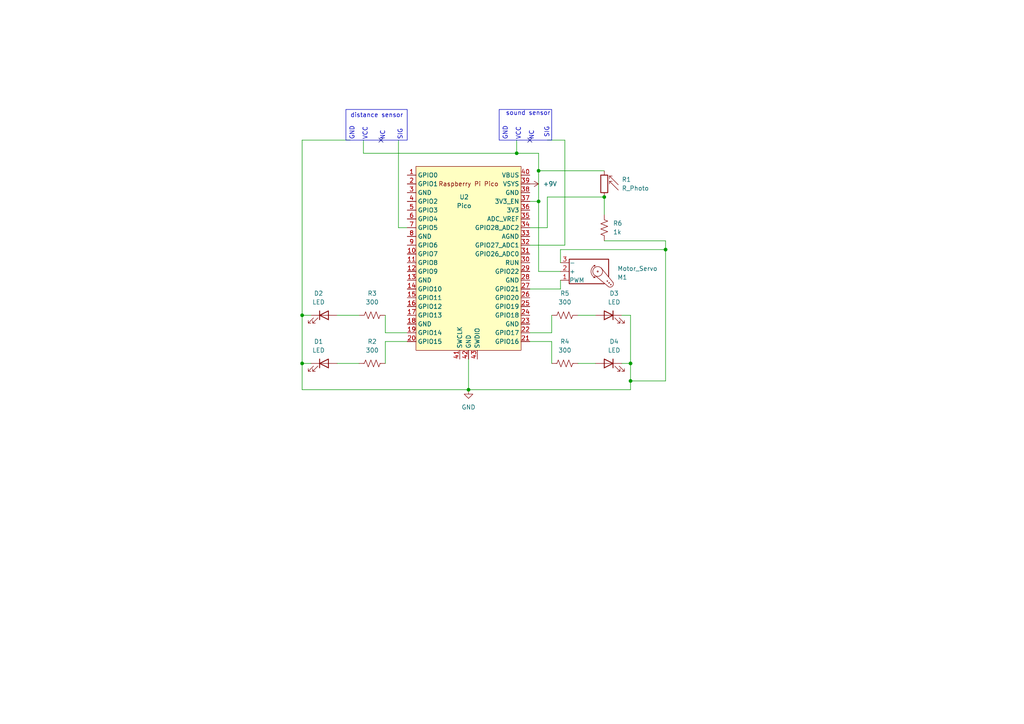
<source format=kicad_sch>
(kicad_sch (version 20230121) (generator eeschema)

  (uuid 639032a5-e99e-47a3-bf70-a244447ad433)

  (paper "A4")

  (lib_symbols
    (symbol "Device:LED" (pin_numbers hide) (pin_names (offset 1.016) hide) (in_bom yes) (on_board yes)
      (property "Reference" "D" (at 0 2.54 0)
        (effects (font (size 1.27 1.27)))
      )
      (property "Value" "LED" (at 0 -2.54 0)
        (effects (font (size 1.27 1.27)))
      )
      (property "Footprint" "" (at 0 0 0)
        (effects (font (size 1.27 1.27)) hide)
      )
      (property "Datasheet" "~" (at 0 0 0)
        (effects (font (size 1.27 1.27)) hide)
      )
      (property "ki_keywords" "LED diode" (at 0 0 0)
        (effects (font (size 1.27 1.27)) hide)
      )
      (property "ki_description" "Light emitting diode" (at 0 0 0)
        (effects (font (size 1.27 1.27)) hide)
      )
      (property "ki_fp_filters" "LED* LED_SMD:* LED_THT:*" (at 0 0 0)
        (effects (font (size 1.27 1.27)) hide)
      )
      (symbol "LED_0_1"
        (polyline
          (pts
            (xy -1.27 -1.27)
            (xy -1.27 1.27)
          )
          (stroke (width 0.254) (type default))
          (fill (type none))
        )
        (polyline
          (pts
            (xy -1.27 0)
            (xy 1.27 0)
          )
          (stroke (width 0) (type default))
          (fill (type none))
        )
        (polyline
          (pts
            (xy 1.27 -1.27)
            (xy 1.27 1.27)
            (xy -1.27 0)
            (xy 1.27 -1.27)
          )
          (stroke (width 0.254) (type default))
          (fill (type none))
        )
        (polyline
          (pts
            (xy -3.048 -0.762)
            (xy -4.572 -2.286)
            (xy -3.81 -2.286)
            (xy -4.572 -2.286)
            (xy -4.572 -1.524)
          )
          (stroke (width 0) (type default))
          (fill (type none))
        )
        (polyline
          (pts
            (xy -1.778 -0.762)
            (xy -3.302 -2.286)
            (xy -2.54 -2.286)
            (xy -3.302 -2.286)
            (xy -3.302 -1.524)
          )
          (stroke (width 0) (type default))
          (fill (type none))
        )
      )
      (symbol "LED_1_1"
        (pin passive line (at -3.81 0 0) (length 2.54)
          (name "K" (effects (font (size 1.27 1.27))))
          (number "1" (effects (font (size 1.27 1.27))))
        )
        (pin passive line (at 3.81 0 180) (length 2.54)
          (name "A" (effects (font (size 1.27 1.27))))
          (number "2" (effects (font (size 1.27 1.27))))
        )
      )
    )
    (symbol "Device:R_Photo" (pin_numbers hide) (pin_names (offset 0)) (in_bom yes) (on_board yes)
      (property "Reference" "R" (at 1.27 1.27 0)
        (effects (font (size 1.27 1.27)) (justify left))
      )
      (property "Value" "R_Photo" (at 1.27 0 0)
        (effects (font (size 1.27 1.27)) (justify left top))
      )
      (property "Footprint" "" (at 1.27 -6.35 90)
        (effects (font (size 1.27 1.27)) (justify left) hide)
      )
      (property "Datasheet" "~" (at 0 -1.27 0)
        (effects (font (size 1.27 1.27)) hide)
      )
      (property "ki_keywords" "resistor variable light sensitive opto LDR" (at 0 0 0)
        (effects (font (size 1.27 1.27)) hide)
      )
      (property "ki_description" "Photoresistor" (at 0 0 0)
        (effects (font (size 1.27 1.27)) hide)
      )
      (property "ki_fp_filters" "*LDR* R?LDR*" (at 0 0 0)
        (effects (font (size 1.27 1.27)) hide)
      )
      (symbol "R_Photo_0_1"
        (rectangle (start -1.016 2.54) (end 1.016 -2.54)
          (stroke (width 0.254) (type default))
          (fill (type none))
        )
        (polyline
          (pts
            (xy -1.524 -2.286)
            (xy -4.064 0.254)
          )
          (stroke (width 0) (type default))
          (fill (type none))
        )
        (polyline
          (pts
            (xy -1.524 -2.286)
            (xy -2.286 -2.286)
          )
          (stroke (width 0) (type default))
          (fill (type none))
        )
        (polyline
          (pts
            (xy -1.524 -2.286)
            (xy -1.524 -1.524)
          )
          (stroke (width 0) (type default))
          (fill (type none))
        )
        (polyline
          (pts
            (xy -1.524 -0.762)
            (xy -4.064 1.778)
          )
          (stroke (width 0) (type default))
          (fill (type none))
        )
        (polyline
          (pts
            (xy -1.524 -0.762)
            (xy -2.286 -0.762)
          )
          (stroke (width 0) (type default))
          (fill (type none))
        )
        (polyline
          (pts
            (xy -1.524 -0.762)
            (xy -1.524 0)
          )
          (stroke (width 0) (type default))
          (fill (type none))
        )
      )
      (symbol "R_Photo_1_1"
        (pin passive line (at 0 3.81 270) (length 1.27)
          (name "~" (effects (font (size 1.27 1.27))))
          (number "1" (effects (font (size 1.27 1.27))))
        )
        (pin passive line (at 0 -3.81 90) (length 1.27)
          (name "~" (effects (font (size 1.27 1.27))))
          (number "2" (effects (font (size 1.27 1.27))))
        )
      )
    )
    (symbol "Device:R_US" (pin_numbers hide) (pin_names (offset 0)) (in_bom yes) (on_board yes)
      (property "Reference" "R" (at 2.54 0 90)
        (effects (font (size 1.27 1.27)))
      )
      (property "Value" "R_US" (at -2.54 0 90)
        (effects (font (size 1.27 1.27)))
      )
      (property "Footprint" "" (at 1.016 -0.254 90)
        (effects (font (size 1.27 1.27)) hide)
      )
      (property "Datasheet" "~" (at 0 0 0)
        (effects (font (size 1.27 1.27)) hide)
      )
      (property "ki_keywords" "R res resistor" (at 0 0 0)
        (effects (font (size 1.27 1.27)) hide)
      )
      (property "ki_description" "Resistor, US symbol" (at 0 0 0)
        (effects (font (size 1.27 1.27)) hide)
      )
      (property "ki_fp_filters" "R_*" (at 0 0 0)
        (effects (font (size 1.27 1.27)) hide)
      )
      (symbol "R_US_0_1"
        (polyline
          (pts
            (xy 0 -2.286)
            (xy 0 -2.54)
          )
          (stroke (width 0) (type default))
          (fill (type none))
        )
        (polyline
          (pts
            (xy 0 2.286)
            (xy 0 2.54)
          )
          (stroke (width 0) (type default))
          (fill (type none))
        )
        (polyline
          (pts
            (xy 0 -0.762)
            (xy 1.016 -1.143)
            (xy 0 -1.524)
            (xy -1.016 -1.905)
            (xy 0 -2.286)
          )
          (stroke (width 0) (type default))
          (fill (type none))
        )
        (polyline
          (pts
            (xy 0 0.762)
            (xy 1.016 0.381)
            (xy 0 0)
            (xy -1.016 -0.381)
            (xy 0 -0.762)
          )
          (stroke (width 0) (type default))
          (fill (type none))
        )
        (polyline
          (pts
            (xy 0 2.286)
            (xy 1.016 1.905)
            (xy 0 1.524)
            (xy -1.016 1.143)
            (xy 0 0.762)
          )
          (stroke (width 0) (type default))
          (fill (type none))
        )
      )
      (symbol "R_US_1_1"
        (pin passive line (at 0 3.81 270) (length 1.27)
          (name "~" (effects (font (size 1.27 1.27))))
          (number "1" (effects (font (size 1.27 1.27))))
        )
        (pin passive line (at 0 -3.81 90) (length 1.27)
          (name "~" (effects (font (size 1.27 1.27))))
          (number "2" (effects (font (size 1.27 1.27))))
        )
      )
    )
    (symbol "MCU_RaspberryPi_and_Boards:Pico" (in_bom yes) (on_board yes)
      (property "Reference" "U" (at -13.97 27.94 0)
        (effects (font (size 1.27 1.27)))
      )
      (property "Value" "Pico" (at 0 19.05 0)
        (effects (font (size 1.27 1.27)))
      )
      (property "Footprint" "RPi_Pico:RPi_Pico_SMD_TH" (at 0 0 90)
        (effects (font (size 1.27 1.27)) hide)
      )
      (property "Datasheet" "" (at 0 0 0)
        (effects (font (size 1.27 1.27)) hide)
      )
      (symbol "Pico_0_0"
        (text "Raspberry Pi Pico" (at 0 21.59 0)
          (effects (font (size 1.27 1.27)))
        )
      )
      (symbol "Pico_0_1"
        (rectangle (start -15.24 26.67) (end 15.24 -26.67)
          (stroke (width 0) (type default))
          (fill (type background))
        )
      )
      (symbol "Pico_1_1"
        (pin bidirectional line (at -17.78 24.13 0) (length 2.54)
          (name "GPIO0" (effects (font (size 1.27 1.27))))
          (number "1" (effects (font (size 1.27 1.27))))
        )
        (pin bidirectional line (at -17.78 1.27 0) (length 2.54)
          (name "GPIO7" (effects (font (size 1.27 1.27))))
          (number "10" (effects (font (size 1.27 1.27))))
        )
        (pin bidirectional line (at -17.78 -1.27 0) (length 2.54)
          (name "GPIO8" (effects (font (size 1.27 1.27))))
          (number "11" (effects (font (size 1.27 1.27))))
        )
        (pin bidirectional line (at -17.78 -3.81 0) (length 2.54)
          (name "GPIO9" (effects (font (size 1.27 1.27))))
          (number "12" (effects (font (size 1.27 1.27))))
        )
        (pin power_in line (at -17.78 -6.35 0) (length 2.54)
          (name "GND" (effects (font (size 1.27 1.27))))
          (number "13" (effects (font (size 1.27 1.27))))
        )
        (pin bidirectional line (at -17.78 -8.89 0) (length 2.54)
          (name "GPIO10" (effects (font (size 1.27 1.27))))
          (number "14" (effects (font (size 1.27 1.27))))
        )
        (pin bidirectional line (at -17.78 -11.43 0) (length 2.54)
          (name "GPIO11" (effects (font (size 1.27 1.27))))
          (number "15" (effects (font (size 1.27 1.27))))
        )
        (pin bidirectional line (at -17.78 -13.97 0) (length 2.54)
          (name "GPIO12" (effects (font (size 1.27 1.27))))
          (number "16" (effects (font (size 1.27 1.27))))
        )
        (pin bidirectional line (at -17.78 -16.51 0) (length 2.54)
          (name "GPIO13" (effects (font (size 1.27 1.27))))
          (number "17" (effects (font (size 1.27 1.27))))
        )
        (pin power_in line (at -17.78 -19.05 0) (length 2.54)
          (name "GND" (effects (font (size 1.27 1.27))))
          (number "18" (effects (font (size 1.27 1.27))))
        )
        (pin bidirectional line (at -17.78 -21.59 0) (length 2.54)
          (name "GPIO14" (effects (font (size 1.27 1.27))))
          (number "19" (effects (font (size 1.27 1.27))))
        )
        (pin bidirectional line (at -17.78 21.59 0) (length 2.54)
          (name "GPIO1" (effects (font (size 1.27 1.27))))
          (number "2" (effects (font (size 1.27 1.27))))
        )
        (pin bidirectional line (at -17.78 -24.13 0) (length 2.54)
          (name "GPIO15" (effects (font (size 1.27 1.27))))
          (number "20" (effects (font (size 1.27 1.27))))
        )
        (pin bidirectional line (at 17.78 -24.13 180) (length 2.54)
          (name "GPIO16" (effects (font (size 1.27 1.27))))
          (number "21" (effects (font (size 1.27 1.27))))
        )
        (pin bidirectional line (at 17.78 -21.59 180) (length 2.54)
          (name "GPIO17" (effects (font (size 1.27 1.27))))
          (number "22" (effects (font (size 1.27 1.27))))
        )
        (pin power_in line (at 17.78 -19.05 180) (length 2.54)
          (name "GND" (effects (font (size 1.27 1.27))))
          (number "23" (effects (font (size 1.27 1.27))))
        )
        (pin bidirectional line (at 17.78 -16.51 180) (length 2.54)
          (name "GPIO18" (effects (font (size 1.27 1.27))))
          (number "24" (effects (font (size 1.27 1.27))))
        )
        (pin bidirectional line (at 17.78 -13.97 180) (length 2.54)
          (name "GPIO19" (effects (font (size 1.27 1.27))))
          (number "25" (effects (font (size 1.27 1.27))))
        )
        (pin bidirectional line (at 17.78 -11.43 180) (length 2.54)
          (name "GPIO20" (effects (font (size 1.27 1.27))))
          (number "26" (effects (font (size 1.27 1.27))))
        )
        (pin bidirectional line (at 17.78 -8.89 180) (length 2.54)
          (name "GPIO21" (effects (font (size 1.27 1.27))))
          (number "27" (effects (font (size 1.27 1.27))))
        )
        (pin power_in line (at 17.78 -6.35 180) (length 2.54)
          (name "GND" (effects (font (size 1.27 1.27))))
          (number "28" (effects (font (size 1.27 1.27))))
        )
        (pin bidirectional line (at 17.78 -3.81 180) (length 2.54)
          (name "GPIO22" (effects (font (size 1.27 1.27))))
          (number "29" (effects (font (size 1.27 1.27))))
        )
        (pin power_in line (at -17.78 19.05 0) (length 2.54)
          (name "GND" (effects (font (size 1.27 1.27))))
          (number "3" (effects (font (size 1.27 1.27))))
        )
        (pin input line (at 17.78 -1.27 180) (length 2.54)
          (name "RUN" (effects (font (size 1.27 1.27))))
          (number "30" (effects (font (size 1.27 1.27))))
        )
        (pin bidirectional line (at 17.78 1.27 180) (length 2.54)
          (name "GPIO26_ADC0" (effects (font (size 1.27 1.27))))
          (number "31" (effects (font (size 1.27 1.27))))
        )
        (pin bidirectional line (at 17.78 3.81 180) (length 2.54)
          (name "GPIO27_ADC1" (effects (font (size 1.27 1.27))))
          (number "32" (effects (font (size 1.27 1.27))))
        )
        (pin power_in line (at 17.78 6.35 180) (length 2.54)
          (name "AGND" (effects (font (size 1.27 1.27))))
          (number "33" (effects (font (size 1.27 1.27))))
        )
        (pin bidirectional line (at 17.78 8.89 180) (length 2.54)
          (name "GPIO28_ADC2" (effects (font (size 1.27 1.27))))
          (number "34" (effects (font (size 1.27 1.27))))
        )
        (pin power_in line (at 17.78 11.43 180) (length 2.54)
          (name "ADC_VREF" (effects (font (size 1.27 1.27))))
          (number "35" (effects (font (size 1.27 1.27))))
        )
        (pin power_in line (at 17.78 13.97 180) (length 2.54)
          (name "3V3" (effects (font (size 1.27 1.27))))
          (number "36" (effects (font (size 1.27 1.27))))
        )
        (pin input line (at 17.78 16.51 180) (length 2.54)
          (name "3V3_EN" (effects (font (size 1.27 1.27))))
          (number "37" (effects (font (size 1.27 1.27))))
        )
        (pin bidirectional line (at 17.78 19.05 180) (length 2.54)
          (name "GND" (effects (font (size 1.27 1.27))))
          (number "38" (effects (font (size 1.27 1.27))))
        )
        (pin power_in line (at 17.78 21.59 180) (length 2.54)
          (name "VSYS" (effects (font (size 1.27 1.27))))
          (number "39" (effects (font (size 1.27 1.27))))
        )
        (pin bidirectional line (at -17.78 16.51 0) (length 2.54)
          (name "GPIO2" (effects (font (size 1.27 1.27))))
          (number "4" (effects (font (size 1.27 1.27))))
        )
        (pin power_in line (at 17.78 24.13 180) (length 2.54)
          (name "VBUS" (effects (font (size 1.27 1.27))))
          (number "40" (effects (font (size 1.27 1.27))))
        )
        (pin input line (at -2.54 -29.21 90) (length 2.54)
          (name "SWCLK" (effects (font (size 1.27 1.27))))
          (number "41" (effects (font (size 1.27 1.27))))
        )
        (pin power_in line (at 0 -29.21 90) (length 2.54)
          (name "GND" (effects (font (size 1.27 1.27))))
          (number "42" (effects (font (size 1.27 1.27))))
        )
        (pin bidirectional line (at 2.54 -29.21 90) (length 2.54)
          (name "SWDIO" (effects (font (size 1.27 1.27))))
          (number "43" (effects (font (size 1.27 1.27))))
        )
        (pin bidirectional line (at -17.78 13.97 0) (length 2.54)
          (name "GPIO3" (effects (font (size 1.27 1.27))))
          (number "5" (effects (font (size 1.27 1.27))))
        )
        (pin bidirectional line (at -17.78 11.43 0) (length 2.54)
          (name "GPIO4" (effects (font (size 1.27 1.27))))
          (number "6" (effects (font (size 1.27 1.27))))
        )
        (pin bidirectional line (at -17.78 8.89 0) (length 2.54)
          (name "GPIO5" (effects (font (size 1.27 1.27))))
          (number "7" (effects (font (size 1.27 1.27))))
        )
        (pin power_in line (at -17.78 6.35 0) (length 2.54)
          (name "GND" (effects (font (size 1.27 1.27))))
          (number "8" (effects (font (size 1.27 1.27))))
        )
        (pin bidirectional line (at -17.78 3.81 0) (length 2.54)
          (name "GPIO6" (effects (font (size 1.27 1.27))))
          (number "9" (effects (font (size 1.27 1.27))))
        )
      )
    )
    (symbol "Motor:Motor_Servo" (pin_names (offset 0.0254)) (in_bom yes) (on_board yes)
      (property "Reference" "M" (at -5.08 4.445 0)
        (effects (font (size 1.27 1.27)) (justify left))
      )
      (property "Value" "Motor_Servo" (at -5.08 -4.064 0)
        (effects (font (size 1.27 1.27)) (justify left top))
      )
      (property "Footprint" "" (at 0 -4.826 0)
        (effects (font (size 1.27 1.27)) hide)
      )
      (property "Datasheet" "http://forums.parallax.com/uploads/attachments/46831/74481.png" (at 0 -4.826 0)
        (effects (font (size 1.27 1.27)) hide)
      )
      (property "ki_keywords" "Servo Motor" (at 0 0 0)
        (effects (font (size 1.27 1.27)) hide)
      )
      (property "ki_description" "Servo Motor (Futaba, HiTec, JR connector)" (at 0 0 0)
        (effects (font (size 1.27 1.27)) hide)
      )
      (property "ki_fp_filters" "PinHeader*P2.54mm*" (at 0 0 0)
        (effects (font (size 1.27 1.27)) hide)
      )
      (symbol "Motor_Servo_0_1"
        (polyline
          (pts
            (xy 2.413 -1.778)
            (xy 2.032 -1.778)
          )
          (stroke (width 0) (type default))
          (fill (type none))
        )
        (polyline
          (pts
            (xy 2.413 -1.778)
            (xy 2.286 -1.397)
          )
          (stroke (width 0) (type default))
          (fill (type none))
        )
        (polyline
          (pts
            (xy 2.413 1.778)
            (xy 1.905 1.778)
          )
          (stroke (width 0) (type default))
          (fill (type none))
        )
        (polyline
          (pts
            (xy 2.413 1.778)
            (xy 2.286 1.397)
          )
          (stroke (width 0) (type default))
          (fill (type none))
        )
        (polyline
          (pts
            (xy 6.35 4.445)
            (xy 2.54 1.27)
          )
          (stroke (width 0) (type default))
          (fill (type none))
        )
        (polyline
          (pts
            (xy 7.62 3.175)
            (xy 4.191 -1.016)
          )
          (stroke (width 0) (type default))
          (fill (type none))
        )
        (polyline
          (pts
            (xy 5.08 3.556)
            (xy -5.08 3.556)
            (xy -5.08 -3.556)
            (xy 6.35 -3.556)
            (xy 6.35 1.524)
          )
          (stroke (width 0.254) (type default))
          (fill (type none))
        )
        (arc (start 2.413 1.778) (mid 1.2406 0) (end 2.413 -1.778)
          (stroke (width 0) (type default))
          (fill (type none))
        )
        (circle (center 3.175 0) (radius 0.1778)
          (stroke (width 0) (type default))
          (fill (type none))
        )
        (circle (center 3.175 0) (radius 1.4224)
          (stroke (width 0) (type default))
          (fill (type none))
        )
        (circle (center 5.969 2.794) (radius 0.127)
          (stroke (width 0) (type default))
          (fill (type none))
        )
        (circle (center 6.477 3.302) (radius 0.127)
          (stroke (width 0) (type default))
          (fill (type none))
        )
        (circle (center 6.985 3.81) (radius 0.127)
          (stroke (width 0) (type default))
          (fill (type none))
        )
        (arc (start 7.62 3.175) (mid 7.4485 4.2735) (end 6.35 4.445)
          (stroke (width 0) (type default))
          (fill (type none))
        )
      )
      (symbol "Motor_Servo_1_1"
        (pin passive line (at -7.62 2.54 0) (length 2.54)
          (name "PWM" (effects (font (size 1.27 1.27))))
          (number "1" (effects (font (size 1.27 1.27))))
        )
        (pin passive line (at -7.62 0 0) (length 2.54)
          (name "+" (effects (font (size 1.27 1.27))))
          (number "2" (effects (font (size 1.27 1.27))))
        )
        (pin passive line (at -7.62 -2.54 0) (length 2.54)
          (name "-" (effects (font (size 1.27 1.27))))
          (number "3" (effects (font (size 1.27 1.27))))
        )
      )
    )
    (symbol "power:+9V" (power) (pin_names (offset 0)) (in_bom yes) (on_board yes)
      (property "Reference" "#PWR" (at 0 -3.81 0)
        (effects (font (size 1.27 1.27)) hide)
      )
      (property "Value" "+9V" (at 0 3.556 0)
        (effects (font (size 1.27 1.27)))
      )
      (property "Footprint" "" (at 0 0 0)
        (effects (font (size 1.27 1.27)) hide)
      )
      (property "Datasheet" "" (at 0 0 0)
        (effects (font (size 1.27 1.27)) hide)
      )
      (property "ki_keywords" "global power" (at 0 0 0)
        (effects (font (size 1.27 1.27)) hide)
      )
      (property "ki_description" "Power symbol creates a global label with name \"+9V\"" (at 0 0 0)
        (effects (font (size 1.27 1.27)) hide)
      )
      (symbol "+9V_0_1"
        (polyline
          (pts
            (xy -0.762 1.27)
            (xy 0 2.54)
          )
          (stroke (width 0) (type default))
          (fill (type none))
        )
        (polyline
          (pts
            (xy 0 0)
            (xy 0 2.54)
          )
          (stroke (width 0) (type default))
          (fill (type none))
        )
        (polyline
          (pts
            (xy 0 2.54)
            (xy 0.762 1.27)
          )
          (stroke (width 0) (type default))
          (fill (type none))
        )
      )
      (symbol "+9V_1_1"
        (pin power_in line (at 0 0 90) (length 0) hide
          (name "+9V" (effects (font (size 1.27 1.27))))
          (number "1" (effects (font (size 1.27 1.27))))
        )
      )
    )
    (symbol "power:GND" (power) (pin_names (offset 0)) (in_bom yes) (on_board yes)
      (property "Reference" "#PWR" (at 0 -6.35 0)
        (effects (font (size 1.27 1.27)) hide)
      )
      (property "Value" "GND" (at 0 -3.81 0)
        (effects (font (size 1.27 1.27)))
      )
      (property "Footprint" "" (at 0 0 0)
        (effects (font (size 1.27 1.27)) hide)
      )
      (property "Datasheet" "" (at 0 0 0)
        (effects (font (size 1.27 1.27)) hide)
      )
      (property "ki_keywords" "global power" (at 0 0 0)
        (effects (font (size 1.27 1.27)) hide)
      )
      (property "ki_description" "Power symbol creates a global label with name \"GND\" , ground" (at 0 0 0)
        (effects (font (size 1.27 1.27)) hide)
      )
      (symbol "GND_0_1"
        (polyline
          (pts
            (xy 0 0)
            (xy 0 -1.27)
            (xy 1.27 -1.27)
            (xy 0 -2.54)
            (xy -1.27 -1.27)
            (xy 0 -1.27)
          )
          (stroke (width 0) (type default))
          (fill (type none))
        )
      )
      (symbol "GND_1_1"
        (pin power_in line (at 0 0 270) (length 0) hide
          (name "GND" (effects (font (size 1.27 1.27))))
          (number "1" (effects (font (size 1.27 1.27))))
        )
      )
    )
  )

  (junction (at 182.88 105.41) (diameter 0) (color 0 0 0 0)
    (uuid 17f3c7eb-5364-43c7-bb47-4eb85e4bc707)
  )
  (junction (at 193.04 72.39) (diameter 0) (color 0 0 0 0)
    (uuid 215bb181-ac01-4967-b39b-42775a5cff3c)
  )
  (junction (at 182.88 110.49) (diameter 0) (color 0 0 0 0)
    (uuid 24d52830-bf9f-48b9-8987-cbda4fc501ad)
  )
  (junction (at 156.21 58.42) (diameter 0) (color 0 0 0 0)
    (uuid 2e07db8e-0ddd-48cd-8b9d-ef07092a4db3)
  )
  (junction (at 175.26 57.15) (diameter 0) (color 0 0 0 0)
    (uuid 9963f255-3fa2-49cc-b30e-9f08a2ee4e1b)
  )
  (junction (at 156.21 49.53) (diameter 0) (color 0 0 0 0)
    (uuid b1921042-294a-480a-9bde-d9a80bd88225)
  )
  (junction (at 135.89 113.03) (diameter 0) (color 0 0 0 0)
    (uuid caac2319-069c-408d-941b-9ee32777b19e)
  )
  (junction (at 149.86 44.45) (diameter 0) (color 0 0 0 0)
    (uuid e06e7bd0-5e92-46f7-9b52-6f4d7dfab057)
  )
  (junction (at 87.63 91.44) (diameter 0) (color 0 0 0 0)
    (uuid e9b6c7d0-62db-418a-9c86-2c4b3ee46669)
  )
  (junction (at 87.63 105.41) (diameter 0) (color 0 0 0 0)
    (uuid ffb1f865-c6b6-41ab-aa1d-aa3dc9b9eebf)
  )

  (no_connect (at 110.49 40.64) (uuid 519a6bcb-c12b-42ed-ac46-98b1a2d21b46))
  (no_connect (at 153.67 40.64) (uuid bcec4c1e-c320-4af5-815f-21145f9ae964))

  (wire (pts (xy 149.86 40.64) (xy 149.86 44.45))
    (stroke (width 0) (type default))
    (uuid 027273e3-5ad6-4bce-b905-3cecb03ead6e)
  )
  (wire (pts (xy 153.67 96.52) (xy 160.02 96.52))
    (stroke (width 0) (type default))
    (uuid 0948f3ac-9d4f-4722-a5b1-50025c2b9814)
  )
  (wire (pts (xy 97.79 105.41) (xy 104.14 105.41))
    (stroke (width 0) (type default))
    (uuid 0e789b33-4394-4c88-96b3-92f2dc19943c)
  )
  (wire (pts (xy 111.76 99.06) (xy 118.11 99.06))
    (stroke (width 0) (type default))
    (uuid 10c1d8d5-2315-4fd1-a4f2-7063339b95c4)
  )
  (wire (pts (xy 175.26 69.85) (xy 193.04 69.85))
    (stroke (width 0) (type default))
    (uuid 135718d5-2df0-4d8c-b419-2f263305a396)
  )
  (wire (pts (xy 182.88 105.41) (xy 182.88 110.49))
    (stroke (width 0) (type default))
    (uuid 14b86cf5-adcc-4f12-bec8-e8cd5099ee08)
  )
  (wire (pts (xy 87.63 105.41) (xy 87.63 113.03))
    (stroke (width 0) (type default))
    (uuid 1db910e3-b7f1-486b-9f04-08f5c354d2da)
  )
  (wire (pts (xy 153.67 58.42) (xy 156.21 58.42))
    (stroke (width 0) (type default))
    (uuid 1fcce01d-98ed-4f42-b2c0-a8b5ce430876)
  )
  (wire (pts (xy 162.56 76.2) (xy 162.56 72.39))
    (stroke (width 0) (type default))
    (uuid 2069ee8b-877b-456c-9e89-bedc91b5db30)
  )
  (wire (pts (xy 101.6 40.64) (xy 87.63 40.64))
    (stroke (width 0) (type default))
    (uuid 30a78820-5459-4add-9bad-1f8145a4bd5c)
  )
  (wire (pts (xy 182.88 110.49) (xy 182.88 113.03))
    (stroke (width 0) (type default))
    (uuid 316c3ab5-4176-4375-84d1-259768ee3ab1)
  )
  (wire (pts (xy 182.88 91.44) (xy 182.88 105.41))
    (stroke (width 0) (type default))
    (uuid 351a94d3-12e7-4ee7-80e8-8feea879f724)
  )
  (wire (pts (xy 182.88 113.03) (xy 135.89 113.03))
    (stroke (width 0) (type default))
    (uuid 3c27703a-accb-4b86-8807-bfab78eb81f7)
  )
  (wire (pts (xy 156.21 44.45) (xy 149.86 44.45))
    (stroke (width 0) (type default))
    (uuid 41855be5-3131-48e6-a218-a7bbab5a92d6)
  )
  (wire (pts (xy 163.83 40.64) (xy 163.83 71.12))
    (stroke (width 0) (type default))
    (uuid 448dc4f7-64a3-453f-b986-7a73dc1ed9d6)
  )
  (wire (pts (xy 153.67 66.04) (xy 158.75 66.04))
    (stroke (width 0) (type default))
    (uuid 47ef4cc2-723a-40e4-8a8a-16a6aa12b3c5)
  )
  (wire (pts (xy 87.63 91.44) (xy 87.63 105.41))
    (stroke (width 0) (type default))
    (uuid 4f659738-3365-4481-9921-acbed234144a)
  )
  (wire (pts (xy 156.21 44.45) (xy 156.21 49.53))
    (stroke (width 0) (type default))
    (uuid 58081b68-8c6d-490a-abd1-a90e67ad1ed5)
  )
  (wire (pts (xy 111.76 91.44) (xy 111.76 96.52))
    (stroke (width 0) (type default))
    (uuid 585af5a0-9c83-4b9f-a9de-d515df726f9e)
  )
  (wire (pts (xy 180.34 91.44) (xy 182.88 91.44))
    (stroke (width 0) (type default))
    (uuid 63b1a515-e5fc-4e72-ae49-cd513ee3e6b1)
  )
  (wire (pts (xy 160.02 96.52) (xy 160.02 91.44))
    (stroke (width 0) (type default))
    (uuid 6a17edb0-cbcc-4e92-975c-d9c1987a8662)
  )
  (wire (pts (xy 167.64 105.41) (xy 172.72 105.41))
    (stroke (width 0) (type default))
    (uuid 6c9dadf5-046c-495d-962a-9d0753e4aee5)
  )
  (wire (pts (xy 135.89 104.14) (xy 135.89 113.03))
    (stroke (width 0) (type default))
    (uuid 72ce0582-a067-46fc-82d8-3bfbc5971193)
  )
  (wire (pts (xy 115.57 40.64) (xy 115.57 66.04))
    (stroke (width 0) (type default))
    (uuid 81257e3b-e2a8-4034-bfe5-1a61980f08c9)
  )
  (wire (pts (xy 105.41 44.45) (xy 149.86 44.45))
    (stroke (width 0) (type default))
    (uuid 82b9a425-2bf4-4311-a0f9-fde7fcdb465f)
  )
  (wire (pts (xy 163.83 71.12) (xy 153.67 71.12))
    (stroke (width 0) (type default))
    (uuid 8bc5b4e7-71ed-4fee-b639-d8d2fa6f9e83)
  )
  (wire (pts (xy 90.17 91.44) (xy 87.63 91.44))
    (stroke (width 0) (type default))
    (uuid 8c89a549-83de-4602-9263-143dc23e81eb)
  )
  (wire (pts (xy 156.21 58.42) (xy 156.21 78.74))
    (stroke (width 0) (type default))
    (uuid 90f36da4-dea7-42a6-84f8-58df4ee456be)
  )
  (wire (pts (xy 87.63 40.64) (xy 87.63 91.44))
    (stroke (width 0) (type default))
    (uuid 924185d3-0e73-48ae-ba28-daa46e6aa4af)
  )
  (wire (pts (xy 193.04 110.49) (xy 182.88 110.49))
    (stroke (width 0) (type default))
    (uuid 9e6a449a-ba9a-48fa-815e-e5cb966e4a42)
  )
  (wire (pts (xy 167.64 91.44) (xy 172.72 91.44))
    (stroke (width 0) (type default))
    (uuid a063055e-974b-46be-adf9-64e332672639)
  )
  (wire (pts (xy 111.76 96.52) (xy 118.11 96.52))
    (stroke (width 0) (type default))
    (uuid ac2a43ec-5b37-435d-811c-e0073f9ab175)
  )
  (wire (pts (xy 105.41 40.64) (xy 105.41 44.45))
    (stroke (width 0) (type default))
    (uuid aef1f74e-4170-447a-8805-8ba8751c8bb4)
  )
  (wire (pts (xy 87.63 113.03) (xy 135.89 113.03))
    (stroke (width 0) (type default))
    (uuid b318e85f-1c43-40cc-bd0f-5ad043929d5f)
  )
  (wire (pts (xy 162.56 72.39) (xy 193.04 72.39))
    (stroke (width 0) (type default))
    (uuid b4c93dea-c3bc-4797-98b9-895c1be880cf)
  )
  (wire (pts (xy 115.57 66.04) (xy 118.11 66.04))
    (stroke (width 0) (type default))
    (uuid b541d3b8-959d-433c-9a6c-166a051951ef)
  )
  (wire (pts (xy 153.67 83.82) (xy 162.56 83.82))
    (stroke (width 0) (type default))
    (uuid ba21a47c-7ab1-4307-9567-dc3377009860)
  )
  (wire (pts (xy 180.34 105.41) (xy 182.88 105.41))
    (stroke (width 0) (type default))
    (uuid c650637c-b534-4ecd-8cbc-2f6286b39f3d)
  )
  (wire (pts (xy 158.75 57.15) (xy 175.26 57.15))
    (stroke (width 0) (type default))
    (uuid c73bf1af-7316-4a71-96af-95be6c45518b)
  )
  (wire (pts (xy 193.04 72.39) (xy 193.04 110.49))
    (stroke (width 0) (type default))
    (uuid c82c9cfc-68fd-4deb-978d-7a330191d410)
  )
  (wire (pts (xy 193.04 69.85) (xy 193.04 72.39))
    (stroke (width 0) (type default))
    (uuid cb1cab07-021c-4f0b-b074-35672c5f39e7)
  )
  (wire (pts (xy 156.21 49.53) (xy 156.21 58.42))
    (stroke (width 0) (type default))
    (uuid d0ef1d5e-a5bd-48cb-989b-474c143d850f)
  )
  (wire (pts (xy 156.21 78.74) (xy 162.56 78.74))
    (stroke (width 0) (type default))
    (uuid d2805fc8-b49b-4a6e-aef2-cb58b5cfa192)
  )
  (wire (pts (xy 175.26 57.15) (xy 175.26 62.23))
    (stroke (width 0) (type default))
    (uuid d702e23d-b1b5-4718-99ca-ef77d2e84e16)
  )
  (wire (pts (xy 156.21 49.53) (xy 175.26 49.53))
    (stroke (width 0) (type default))
    (uuid d806f923-d982-42a6-9fd2-80bbd3ae78c8)
  )
  (wire (pts (xy 158.75 40.64) (xy 163.83 40.64))
    (stroke (width 0) (type default))
    (uuid d8fa135e-5d7a-4d6c-baa9-4fd90b8d6b52)
  )
  (wire (pts (xy 160.02 99.06) (xy 160.02 105.41))
    (stroke (width 0) (type default))
    (uuid d9b1f3e3-efeb-4d56-994b-dfc122dc4fbc)
  )
  (wire (pts (xy 162.56 83.82) (xy 162.56 81.28))
    (stroke (width 0) (type default))
    (uuid da91191d-ee09-4122-bebe-2d0e5c540cb8)
  )
  (wire (pts (xy 90.17 105.41) (xy 87.63 105.41))
    (stroke (width 0) (type default))
    (uuid e2d64ecc-20c5-4c9e-a972-b791f218de19)
  )
  (wire (pts (xy 158.75 66.04) (xy 158.75 57.15))
    (stroke (width 0) (type default))
    (uuid ed3f23a7-8871-4c4b-bac8-5fec69804733)
  )
  (wire (pts (xy 153.67 99.06) (xy 160.02 99.06))
    (stroke (width 0) (type default))
    (uuid ed64bbd4-2d54-4dc1-bf72-64b64ca02f94)
  )
  (wire (pts (xy 111.76 105.41) (xy 111.76 99.06))
    (stroke (width 0) (type default))
    (uuid ef508068-ed1e-4f7f-ae6f-255d97512530)
  )
  (wire (pts (xy 97.79 91.44) (xy 104.14 91.44))
    (stroke (width 0) (type default))
    (uuid f2b17fdc-0160-4394-8318-c325e4ac4676)
  )

  (rectangle (start 144.78 31.75) (end 160.02 40.64)
    (stroke (width 0) (type default))
    (fill (type none))
    (uuid 25edf82e-7180-4ad2-ad47-55b6b60e1589)
  )
  (rectangle (start 100.33 31.75) (end 118.11 40.64)
    (stroke (width 0) (type default))
    (fill (type none))
    (uuid b9231cec-7a82-4832-93ba-f8415124feb7)
  )

  (text "GND" (at 102.87 40.64 90)
    (effects (font (size 1.27 1.27)) (justify left bottom))
    (uuid 1b564f5a-0f33-401d-9644-f43aaafec2a7)
  )
  (text "VCC" (at 151.13 40.64 90)
    (effects (font (size 1.27 1.27)) (justify left bottom))
    (uuid 2372de35-b94b-45a3-8fff-e298af6bc253)
  )
  (text "NC" (at 111.76 40.64 90)
    (effects (font (size 1.27 1.27)) (justify left bottom))
    (uuid 27df8c42-a7a0-4533-a72d-202f6fb9b9ce)
  )
  (text "sound sensor" (at 146.685 33.655 0)
    (effects (font (size 1.27 1.27)) (justify left bottom))
    (uuid 3b38ca0c-3a21-4176-8604-882580bbe5a3)
  )
  (text "SIG" (at 159.385 40.005 90)
    (effects (font (size 1.27 1.27)) (justify left bottom))
    (uuid 4c2001d3-e41d-4143-8afa-4f1645f7d87f)
  )
  (text "NC" (at 154.94 40.64 90)
    (effects (font (size 1.27 1.27)) (justify left bottom))
    (uuid 4dfba72d-61fa-4a0f-aa2a-c915f88b2e20)
  )
  (text "distance sensor" (at 101.6 34.29 0)
    (effects (font (size 1.27 1.27)) (justify left bottom))
    (uuid a204997f-7dcb-4537-a3b5-cc4e55633eb8)
  )
  (text "SIG" (at 116.84 40.64 90)
    (effects (font (size 1.27 1.27)) (justify left bottom))
    (uuid bfe8ed8b-ded9-462e-8495-aa5caf68632a)
  )
  (text "VCC" (at 106.68 40.64 90)
    (effects (font (size 1.27 1.27)) (justify left bottom))
    (uuid dd062b07-b15f-448c-895e-4aea557950e6)
  )
  (text "GND" (at 147.32 40.64 90)
    (effects (font (size 1.27 1.27)) (justify left bottom))
    (uuid e0e08537-76a7-40f7-b8b0-e122393c942f)
  )

  (symbol (lib_id "Device:R_US") (at 175.26 66.04 180) (unit 1)
    (in_bom yes) (on_board yes) (dnp no) (fields_autoplaced)
    (uuid 6e5058fc-3d04-4ec0-8910-179ac3d228f7)
    (property "Reference" "R6" (at 177.8 64.77 0)
      (effects (font (size 1.27 1.27)) (justify right))
    )
    (property "Value" "1k" (at 177.8 67.31 0)
      (effects (font (size 1.27 1.27)) (justify right))
    )
    (property "Footprint" "" (at 174.244 65.786 90)
      (effects (font (size 1.27 1.27)) hide)
    )
    (property "Datasheet" "~" (at 175.26 66.04 0)
      (effects (font (size 1.27 1.27)) hide)
    )
    (pin "1" (uuid a39d4252-a922-4e14-b8d3-89bfbd2c74c6))
    (pin "2" (uuid 7678a548-be56-4728-9187-73f64c379876))
    (instances
      (project "midterm_circuit"
        (path "/639032a5-e99e-47a3-bf70-a244447ad433"
          (reference "R6") (unit 1)
        )
      )
    )
  )

  (symbol (lib_id "power:GND") (at 135.89 113.03 0) (unit 1)
    (in_bom yes) (on_board yes) (dnp no) (fields_autoplaced)
    (uuid 73bcfa20-724c-4e08-bead-5a26816ab186)
    (property "Reference" "#PWR01" (at 135.89 119.38 0)
      (effects (font (size 1.27 1.27)) hide)
    )
    (property "Value" "GND" (at 135.89 118.11 0)
      (effects (font (size 1.27 1.27)))
    )
    (property "Footprint" "" (at 135.89 113.03 0)
      (effects (font (size 1.27 1.27)) hide)
    )
    (property "Datasheet" "" (at 135.89 113.03 0)
      (effects (font (size 1.27 1.27)) hide)
    )
    (pin "1" (uuid f1620911-29c1-4e5d-81e9-2eb5261d11d2))
    (instances
      (project "midterm_circuit"
        (path "/639032a5-e99e-47a3-bf70-a244447ad433"
          (reference "#PWR01") (unit 1)
        )
      )
    )
  )

  (symbol (lib_id "Device:R_US") (at 107.95 105.41 270) (unit 1)
    (in_bom yes) (on_board yes) (dnp no) (fields_autoplaced)
    (uuid 7d68fb0f-aefc-4267-ba6c-7765f5a6f123)
    (property "Reference" "R2" (at 107.95 99.06 90)
      (effects (font (size 1.27 1.27)))
    )
    (property "Value" "300" (at 107.95 101.6 90)
      (effects (font (size 1.27 1.27)))
    )
    (property "Footprint" "" (at 107.696 106.426 90)
      (effects (font (size 1.27 1.27)) hide)
    )
    (property "Datasheet" "~" (at 107.95 105.41 0)
      (effects (font (size 1.27 1.27)) hide)
    )
    (pin "1" (uuid 8c637621-b09b-4d7d-95c0-6e24e03742b4))
    (pin "2" (uuid b8667f8a-1c5d-47d3-b9d4-2280c649ebff))
    (instances
      (project "midterm_circuit"
        (path "/639032a5-e99e-47a3-bf70-a244447ad433"
          (reference "R2") (unit 1)
        )
      )
    )
  )

  (symbol (lib_id "Device:R_US") (at 107.95 91.44 90) (unit 1)
    (in_bom yes) (on_board yes) (dnp no) (fields_autoplaced)
    (uuid 84dc5c26-af93-4fb4-b2c2-8684bc59b667)
    (property "Reference" "R3" (at 107.95 85.09 90)
      (effects (font (size 1.27 1.27)))
    )
    (property "Value" "300" (at 107.95 87.63 90)
      (effects (font (size 1.27 1.27)))
    )
    (property "Footprint" "" (at 108.204 90.424 90)
      (effects (font (size 1.27 1.27)) hide)
    )
    (property "Datasheet" "~" (at 107.95 91.44 0)
      (effects (font (size 1.27 1.27)) hide)
    )
    (pin "1" (uuid 66dc5377-7634-4801-90e8-50f701410769))
    (pin "2" (uuid b7139349-2e9b-4be0-af56-cb8df35dcb78))
    (instances
      (project "midterm_circuit"
        (path "/639032a5-e99e-47a3-bf70-a244447ad433"
          (reference "R3") (unit 1)
        )
      )
    )
  )

  (symbol (lib_id "Device:LED") (at 176.53 91.44 0) (mirror y) (unit 1)
    (in_bom yes) (on_board yes) (dnp no)
    (uuid 88768e85-d6d2-4425-8525-57a9d8692a5f)
    (property "Reference" "D3" (at 178.1175 85.09 0)
      (effects (font (size 1.27 1.27)))
    )
    (property "Value" "LED" (at 178.1175 87.63 0)
      (effects (font (size 1.27 1.27)))
    )
    (property "Footprint" "" (at 176.53 91.44 0)
      (effects (font (size 1.27 1.27)) hide)
    )
    (property "Datasheet" "~" (at 176.53 91.44 0)
      (effects (font (size 1.27 1.27)) hide)
    )
    (pin "1" (uuid 25bb7ead-5be2-4c94-9a80-e36742e1a8b7))
    (pin "2" (uuid 40df39a6-b541-40ce-9105-48eb5aab52fb))
    (instances
      (project "midterm_circuit"
        (path "/639032a5-e99e-47a3-bf70-a244447ad433"
          (reference "D3") (unit 1)
        )
      )
    )
  )

  (symbol (lib_id "Device:LED") (at 93.98 105.41 0) (unit 1)
    (in_bom yes) (on_board yes) (dnp no) (fields_autoplaced)
    (uuid 8b85fbe2-af20-42cf-9576-27341ccf213b)
    (property "Reference" "D1" (at 92.3925 99.06 0)
      (effects (font (size 1.27 1.27)))
    )
    (property "Value" "LED" (at 92.3925 101.6 0)
      (effects (font (size 1.27 1.27)))
    )
    (property "Footprint" "" (at 93.98 105.41 0)
      (effects (font (size 1.27 1.27)) hide)
    )
    (property "Datasheet" "~" (at 93.98 105.41 0)
      (effects (font (size 1.27 1.27)) hide)
    )
    (pin "1" (uuid 140714bf-68b4-4271-95cc-23c3b56dd761))
    (pin "2" (uuid 138fd5db-a126-4e95-b360-14536ce47088))
    (instances
      (project "midterm_circuit"
        (path "/639032a5-e99e-47a3-bf70-a244447ad433"
          (reference "D1") (unit 1)
        )
      )
    )
  )

  (symbol (lib_id "MCU_RaspberryPi_and_Boards:Pico") (at 135.89 74.93 0) (unit 1)
    (in_bom yes) (on_board yes) (dnp no)
    (uuid 9caf7e05-529b-4ec4-b7f7-da30a9fec9c3)
    (property "Reference" "U2" (at 134.62 57.15 0)
      (effects (font (size 1.27 1.27)))
    )
    (property "Value" "Pico" (at 134.62 59.69 0)
      (effects (font (size 1.27 1.27)))
    )
    (property "Footprint" "RPi_Pico:RPi_Pico_SMD_TH" (at 135.89 74.93 90)
      (effects (font (size 1.27 1.27)) hide)
    )
    (property "Datasheet" "" (at 135.89 74.93 0)
      (effects (font (size 1.27 1.27)) hide)
    )
    (pin "1" (uuid 436e23eb-4525-4deb-bc5e-206cc90f48c1))
    (pin "10" (uuid 8721076c-ebb2-480c-b296-8c201c7795bd))
    (pin "11" (uuid 1053e521-9a81-4180-9901-190398e0ce15))
    (pin "12" (uuid 8786754e-9ef5-4bf8-880d-5dc768226eb1))
    (pin "13" (uuid f624ca37-f1a7-4f0b-9819-4e02202f1e60))
    (pin "14" (uuid 5a66e68f-02f6-46c6-b61a-abea557f6805))
    (pin "15" (uuid b170ac92-c982-497e-be45-ec473e86304f))
    (pin "16" (uuid b3e2b918-7756-41eb-810d-f759727a7d60))
    (pin "17" (uuid 6df453ba-7645-49ee-bd68-2a72b6de215e))
    (pin "18" (uuid 65c00893-aeb7-4d12-a72e-faaed4b19d40))
    (pin "19" (uuid 93edef95-8ef5-46d9-b9a7-479fa5846dcf))
    (pin "2" (uuid 64a35778-58ca-4ae9-a6a8-7dd80fdf2f28))
    (pin "20" (uuid 9bfcb5ed-ae53-4113-85d0-e3c1b08bf05b))
    (pin "21" (uuid ecede777-430f-4a28-a66a-7ef3dec159ad))
    (pin "22" (uuid 0cb0c236-0951-4f76-a554-61d7b9b4101a))
    (pin "23" (uuid 2f630214-5335-4c67-b38a-530c6ab42f53))
    (pin "24" (uuid 997b6b94-c90c-4283-9b2c-0d13b831f04f))
    (pin "25" (uuid 22207331-a491-4e2d-be83-21555d2e3349))
    (pin "26" (uuid a0e5fa30-b9a1-481e-96c1-42537d9b03dd))
    (pin "27" (uuid d382ee61-5007-4db0-b2fa-5d932478bb9f))
    (pin "28" (uuid de6c0ef2-36c9-4fcd-9b33-9565d2c98c04))
    (pin "29" (uuid 25c7e20e-b47a-4c3f-a723-519b59334621))
    (pin "3" (uuid 046acf0e-0f9c-4dfc-acdf-df29b4845297))
    (pin "30" (uuid b751f849-b66c-449a-a6ad-76dcb05f9ba0))
    (pin "31" (uuid fa95c811-f922-4303-955e-9b9f64fabc40))
    (pin "32" (uuid 22b4383b-e186-47d0-8bd7-0fd2919c9cc1))
    (pin "33" (uuid 263f981a-9914-4459-9a8e-52832ceaf629))
    (pin "34" (uuid acde4d24-16f1-4566-875d-340226f30af3))
    (pin "35" (uuid 64bc46ba-df31-4981-8757-2a1689c47bb6))
    (pin "36" (uuid a2f00fa8-beec-4591-bf07-8deaeebb7078))
    (pin "37" (uuid 4aa6fe69-cb94-4691-90ab-0f9c41efe791))
    (pin "38" (uuid 302db174-a577-45e7-b5a8-0f3b48954ff8))
    (pin "39" (uuid 6b4ea19b-d1bf-4de3-992e-7e03101b06c4))
    (pin "4" (uuid 2d78f342-5832-4df0-b618-29fcead3bf71))
    (pin "40" (uuid 1da21a43-c616-4935-995f-b51d2e609e41))
    (pin "41" (uuid 7edbb56e-6c55-4179-b6ec-f506f3857c7d))
    (pin "42" (uuid 9f695e08-82d4-47e3-a6cb-6b3786a29678))
    (pin "43" (uuid a8ef9acb-517e-4a34-9aed-3aec32d85482))
    (pin "5" (uuid bc519d9a-e7f9-429a-bd81-b6313fdae1bd))
    (pin "6" (uuid caa47243-2dd6-46b3-aeec-d9e931702388))
    (pin "7" (uuid d4417122-1ddf-4197-b4c9-1488353fcd75))
    (pin "8" (uuid d38b4dbd-15c5-422a-abdf-79a23c2ec986))
    (pin "9" (uuid 9a440d99-457b-46da-a5ac-9d4178bcd23d))
    (instances
      (project "midterm_circuit"
        (path "/639032a5-e99e-47a3-bf70-a244447ad433"
          (reference "U2") (unit 1)
        )
      )
    )
  )

  (symbol (lib_id "Device:R_US") (at 163.83 91.44 90) (unit 1)
    (in_bom yes) (on_board yes) (dnp no) (fields_autoplaced)
    (uuid 9e63e38a-c33a-45e0-8960-80b0f0e66f4f)
    (property "Reference" "R5" (at 163.83 85.09 90)
      (effects (font (size 1.27 1.27)))
    )
    (property "Value" "300" (at 163.83 87.63 90)
      (effects (font (size 1.27 1.27)))
    )
    (property "Footprint" "" (at 164.084 90.424 90)
      (effects (font (size 1.27 1.27)) hide)
    )
    (property "Datasheet" "~" (at 163.83 91.44 0)
      (effects (font (size 1.27 1.27)) hide)
    )
    (pin "1" (uuid f2983937-d9c8-4596-a211-cfb99bf27e1c))
    (pin "2" (uuid 04017549-3da4-4eb1-8c32-4b304b0b28e3))
    (instances
      (project "midterm_circuit"
        (path "/639032a5-e99e-47a3-bf70-a244447ad433"
          (reference "R5") (unit 1)
        )
      )
    )
  )

  (symbol (lib_id "Motor:Motor_Servo") (at 170.18 78.74 0) (mirror x) (unit 1)
    (in_bom yes) (on_board yes) (dnp no)
    (uuid a6052bef-b084-44c1-b65d-bcfab74fb378)
    (property "Reference" "M1" (at 179.07 80.4434 0)
      (effects (font (size 1.27 1.27)) (justify left))
    )
    (property "Value" "Motor_Servo" (at 179.07 77.9034 0)
      (effects (font (size 1.27 1.27)) (justify left))
    )
    (property "Footprint" "" (at 170.18 73.914 0)
      (effects (font (size 1.27 1.27)) hide)
    )
    (property "Datasheet" "http://forums.parallax.com/uploads/attachments/46831/74481.png" (at 170.18 73.914 0)
      (effects (font (size 1.27 1.27)) hide)
    )
    (pin "1" (uuid 65562694-1c4d-4afa-b506-5572ca6c8214))
    (pin "2" (uuid c90ef2ac-f02c-4091-8161-1dedfbf2dd0b))
    (pin "3" (uuid de558a4d-e824-45d7-b15b-cc523ecfa660))
    (instances
      (project "midterm_circuit"
        (path "/639032a5-e99e-47a3-bf70-a244447ad433"
          (reference "M1") (unit 1)
        )
      )
    )
  )

  (symbol (lib_id "power:+9V") (at 153.67 53.34 270) (unit 1)
    (in_bom yes) (on_board yes) (dnp no) (fields_autoplaced)
    (uuid a7d0520f-3423-4e7e-b9d3-9371d4cf793b)
    (property "Reference" "#PWR02" (at 149.86 53.34 0)
      (effects (font (size 1.27 1.27)) hide)
    )
    (property "Value" "+9V" (at 157.48 53.34 90)
      (effects (font (size 1.27 1.27)) (justify left))
    )
    (property "Footprint" "" (at 153.67 53.34 0)
      (effects (font (size 1.27 1.27)) hide)
    )
    (property "Datasheet" "" (at 153.67 53.34 0)
      (effects (font (size 1.27 1.27)) hide)
    )
    (pin "1" (uuid 3d9fdee0-4e82-4430-bce3-bdcae22597ae))
    (instances
      (project "midterm_circuit"
        (path "/639032a5-e99e-47a3-bf70-a244447ad433"
          (reference "#PWR02") (unit 1)
        )
      )
    )
  )

  (symbol (lib_id "Device:LED") (at 93.98 91.44 0) (unit 1)
    (in_bom yes) (on_board yes) (dnp no) (fields_autoplaced)
    (uuid a84bb170-b6f1-49cd-a897-c06168eea087)
    (property "Reference" "D2" (at 92.3925 85.09 0)
      (effects (font (size 1.27 1.27)))
    )
    (property "Value" "LED" (at 92.3925 87.63 0)
      (effects (font (size 1.27 1.27)))
    )
    (property "Footprint" "" (at 93.98 91.44 0)
      (effects (font (size 1.27 1.27)) hide)
    )
    (property "Datasheet" "~" (at 93.98 91.44 0)
      (effects (font (size 1.27 1.27)) hide)
    )
    (pin "1" (uuid 22425662-f38f-49df-9fe2-a00aded051b5))
    (pin "2" (uuid 3b9a0141-fd20-4b63-8a0a-d48bfd4eac56))
    (instances
      (project "midterm_circuit"
        (path "/639032a5-e99e-47a3-bf70-a244447ad433"
          (reference "D2") (unit 1)
        )
      )
    )
  )

  (symbol (lib_id "Device:R_Photo") (at 175.26 53.34 180) (unit 1)
    (in_bom yes) (on_board yes) (dnp no) (fields_autoplaced)
    (uuid bd05e007-0f0a-4a43-a773-89a4167674d8)
    (property "Reference" "R1" (at 180.34 52.07 0)
      (effects (font (size 1.27 1.27)) (justify right))
    )
    (property "Value" "R_Photo" (at 180.34 54.61 0)
      (effects (font (size 1.27 1.27)) (justify right))
    )
    (property "Footprint" "" (at 173.99 46.99 90)
      (effects (font (size 1.27 1.27)) (justify left) hide)
    )
    (property "Datasheet" "~" (at 175.26 52.07 0)
      (effects (font (size 1.27 1.27)) hide)
    )
    (pin "1" (uuid 0c05e6ee-8d3d-4468-b0c9-40a9436bffb2))
    (pin "2" (uuid 02e7f026-b148-4f60-ad10-3d81e778d914))
    (instances
      (project "midterm_circuit"
        (path "/639032a5-e99e-47a3-bf70-a244447ad433"
          (reference "R1") (unit 1)
        )
      )
    )
  )

  (symbol (lib_id "Device:LED") (at 176.53 105.41 0) (mirror y) (unit 1)
    (in_bom yes) (on_board yes) (dnp no)
    (uuid cb9ad9d5-cf00-4031-9d64-f32f5fcf46ec)
    (property "Reference" "D4" (at 178.1175 99.06 0)
      (effects (font (size 1.27 1.27)))
    )
    (property "Value" "LED" (at 178.1175 101.6 0)
      (effects (font (size 1.27 1.27)))
    )
    (property "Footprint" "" (at 176.53 105.41 0)
      (effects (font (size 1.27 1.27)) hide)
    )
    (property "Datasheet" "~" (at 176.53 105.41 0)
      (effects (font (size 1.27 1.27)) hide)
    )
    (pin "1" (uuid 1728d430-84d4-40a5-a824-279b720372de))
    (pin "2" (uuid a97c601e-ec04-4724-9052-6444453bb1e4))
    (instances
      (project "midterm_circuit"
        (path "/639032a5-e99e-47a3-bf70-a244447ad433"
          (reference "D4") (unit 1)
        )
      )
    )
  )

  (symbol (lib_id "Device:R_US") (at 163.83 105.41 90) (unit 1)
    (in_bom yes) (on_board yes) (dnp no) (fields_autoplaced)
    (uuid d23a6f2c-409f-4270-84d2-62b0019d36f9)
    (property "Reference" "R4" (at 163.83 99.06 90)
      (effects (font (size 1.27 1.27)))
    )
    (property "Value" "300" (at 163.83 101.6 90)
      (effects (font (size 1.27 1.27)))
    )
    (property "Footprint" "" (at 164.084 104.394 90)
      (effects (font (size 1.27 1.27)) hide)
    )
    (property "Datasheet" "~" (at 163.83 105.41 0)
      (effects (font (size 1.27 1.27)) hide)
    )
    (pin "1" (uuid e2ffce4b-6f60-4e66-9c87-798ccd6ca79b))
    (pin "2" (uuid 715e0eaa-5513-4117-95c4-35a7b3427a17))
    (instances
      (project "midterm_circuit"
        (path "/639032a5-e99e-47a3-bf70-a244447ad433"
          (reference "R4") (unit 1)
        )
      )
    )
  )

  (sheet_instances
    (path "/" (page "1"))
  )
)

</source>
